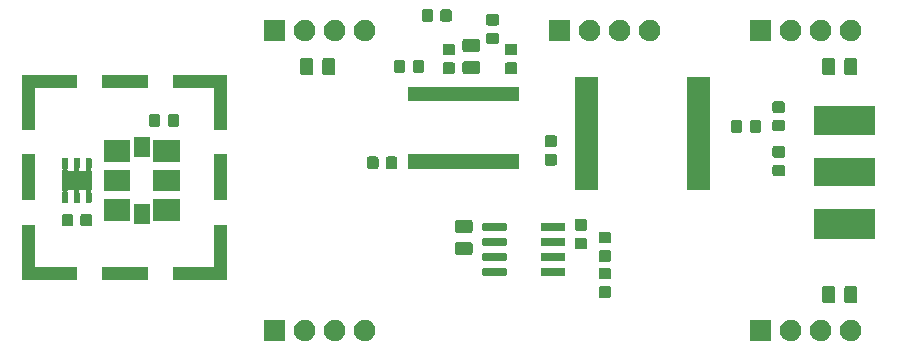
<source format=gbr>
G04 #@! TF.GenerationSoftware,KiCad,Pcbnew,5.1.5+dfsg1-2build2*
G04 #@! TF.CreationDate,2021-08-05T17:03:30-05:00*
G04 #@! TF.ProjectId,gpsdo,67707364-6f2e-46b6-9963-61645f706362,rev?*
G04 #@! TF.SameCoordinates,Original*
G04 #@! TF.FileFunction,Soldermask,Top*
G04 #@! TF.FilePolarity,Negative*
%FSLAX46Y46*%
G04 Gerber Fmt 4.6, Leading zero omitted, Abs format (unit mm)*
G04 Created by KiCad (PCBNEW 5.1.5+dfsg1-2build2) date 2021-08-05 17:03:30*
%MOMM*%
%LPD*%
G04 APERTURE LIST*
%ADD10C,0.100000*%
G04 APERTURE END LIST*
D10*
G36*
X99173512Y-52443927D02*
G01*
X99322812Y-52473624D01*
X99486784Y-52541544D01*
X99634354Y-52640147D01*
X99759853Y-52765646D01*
X99858456Y-52913216D01*
X99926376Y-53077188D01*
X99961000Y-53251259D01*
X99961000Y-53428741D01*
X99926376Y-53602812D01*
X99858456Y-53766784D01*
X99759853Y-53914354D01*
X99634354Y-54039853D01*
X99486784Y-54138456D01*
X99322812Y-54206376D01*
X99173512Y-54236073D01*
X99148742Y-54241000D01*
X98971258Y-54241000D01*
X98946488Y-54236073D01*
X98797188Y-54206376D01*
X98633216Y-54138456D01*
X98485646Y-54039853D01*
X98360147Y-53914354D01*
X98261544Y-53766784D01*
X98193624Y-53602812D01*
X98159000Y-53428741D01*
X98159000Y-53251259D01*
X98193624Y-53077188D01*
X98261544Y-52913216D01*
X98360147Y-52765646D01*
X98485646Y-52640147D01*
X98633216Y-52541544D01*
X98797188Y-52473624D01*
X98946488Y-52443927D01*
X98971258Y-52439000D01*
X99148742Y-52439000D01*
X99173512Y-52443927D01*
G37*
G36*
X96633512Y-52443927D02*
G01*
X96782812Y-52473624D01*
X96946784Y-52541544D01*
X97094354Y-52640147D01*
X97219853Y-52765646D01*
X97318456Y-52913216D01*
X97386376Y-53077188D01*
X97421000Y-53251259D01*
X97421000Y-53428741D01*
X97386376Y-53602812D01*
X97318456Y-53766784D01*
X97219853Y-53914354D01*
X97094354Y-54039853D01*
X96946784Y-54138456D01*
X96782812Y-54206376D01*
X96633512Y-54236073D01*
X96608742Y-54241000D01*
X96431258Y-54241000D01*
X96406488Y-54236073D01*
X96257188Y-54206376D01*
X96093216Y-54138456D01*
X95945646Y-54039853D01*
X95820147Y-53914354D01*
X95721544Y-53766784D01*
X95653624Y-53602812D01*
X95619000Y-53428741D01*
X95619000Y-53251259D01*
X95653624Y-53077188D01*
X95721544Y-52913216D01*
X95820147Y-52765646D01*
X95945646Y-52640147D01*
X96093216Y-52541544D01*
X96257188Y-52473624D01*
X96406488Y-52443927D01*
X96431258Y-52439000D01*
X96608742Y-52439000D01*
X96633512Y-52443927D01*
G37*
G36*
X94093512Y-52443927D02*
G01*
X94242812Y-52473624D01*
X94406784Y-52541544D01*
X94554354Y-52640147D01*
X94679853Y-52765646D01*
X94778456Y-52913216D01*
X94846376Y-53077188D01*
X94881000Y-53251259D01*
X94881000Y-53428741D01*
X94846376Y-53602812D01*
X94778456Y-53766784D01*
X94679853Y-53914354D01*
X94554354Y-54039853D01*
X94406784Y-54138456D01*
X94242812Y-54206376D01*
X94093512Y-54236073D01*
X94068742Y-54241000D01*
X93891258Y-54241000D01*
X93866488Y-54236073D01*
X93717188Y-54206376D01*
X93553216Y-54138456D01*
X93405646Y-54039853D01*
X93280147Y-53914354D01*
X93181544Y-53766784D01*
X93113624Y-53602812D01*
X93079000Y-53428741D01*
X93079000Y-53251259D01*
X93113624Y-53077188D01*
X93181544Y-52913216D01*
X93280147Y-52765646D01*
X93405646Y-52640147D01*
X93553216Y-52541544D01*
X93717188Y-52473624D01*
X93866488Y-52443927D01*
X93891258Y-52439000D01*
X94068742Y-52439000D01*
X94093512Y-52443927D01*
G37*
G36*
X92341000Y-54241000D02*
G01*
X90539000Y-54241000D01*
X90539000Y-52439000D01*
X92341000Y-52439000D01*
X92341000Y-54241000D01*
G37*
G36*
X58025512Y-52443927D02*
G01*
X58174812Y-52473624D01*
X58338784Y-52541544D01*
X58486354Y-52640147D01*
X58611853Y-52765646D01*
X58710456Y-52913216D01*
X58778376Y-53077188D01*
X58813000Y-53251259D01*
X58813000Y-53428741D01*
X58778376Y-53602812D01*
X58710456Y-53766784D01*
X58611853Y-53914354D01*
X58486354Y-54039853D01*
X58338784Y-54138456D01*
X58174812Y-54206376D01*
X58025512Y-54236073D01*
X58000742Y-54241000D01*
X57823258Y-54241000D01*
X57798488Y-54236073D01*
X57649188Y-54206376D01*
X57485216Y-54138456D01*
X57337646Y-54039853D01*
X57212147Y-53914354D01*
X57113544Y-53766784D01*
X57045624Y-53602812D01*
X57011000Y-53428741D01*
X57011000Y-53251259D01*
X57045624Y-53077188D01*
X57113544Y-52913216D01*
X57212147Y-52765646D01*
X57337646Y-52640147D01*
X57485216Y-52541544D01*
X57649188Y-52473624D01*
X57798488Y-52443927D01*
X57823258Y-52439000D01*
X58000742Y-52439000D01*
X58025512Y-52443927D01*
G37*
G36*
X52945512Y-52443927D02*
G01*
X53094812Y-52473624D01*
X53258784Y-52541544D01*
X53406354Y-52640147D01*
X53531853Y-52765646D01*
X53630456Y-52913216D01*
X53698376Y-53077188D01*
X53733000Y-53251259D01*
X53733000Y-53428741D01*
X53698376Y-53602812D01*
X53630456Y-53766784D01*
X53531853Y-53914354D01*
X53406354Y-54039853D01*
X53258784Y-54138456D01*
X53094812Y-54206376D01*
X52945512Y-54236073D01*
X52920742Y-54241000D01*
X52743258Y-54241000D01*
X52718488Y-54236073D01*
X52569188Y-54206376D01*
X52405216Y-54138456D01*
X52257646Y-54039853D01*
X52132147Y-53914354D01*
X52033544Y-53766784D01*
X51965624Y-53602812D01*
X51931000Y-53428741D01*
X51931000Y-53251259D01*
X51965624Y-53077188D01*
X52033544Y-52913216D01*
X52132147Y-52765646D01*
X52257646Y-52640147D01*
X52405216Y-52541544D01*
X52569188Y-52473624D01*
X52718488Y-52443927D01*
X52743258Y-52439000D01*
X52920742Y-52439000D01*
X52945512Y-52443927D01*
G37*
G36*
X55485512Y-52443927D02*
G01*
X55634812Y-52473624D01*
X55798784Y-52541544D01*
X55946354Y-52640147D01*
X56071853Y-52765646D01*
X56170456Y-52913216D01*
X56238376Y-53077188D01*
X56273000Y-53251259D01*
X56273000Y-53428741D01*
X56238376Y-53602812D01*
X56170456Y-53766784D01*
X56071853Y-53914354D01*
X55946354Y-54039853D01*
X55798784Y-54138456D01*
X55634812Y-54206376D01*
X55485512Y-54236073D01*
X55460742Y-54241000D01*
X55283258Y-54241000D01*
X55258488Y-54236073D01*
X55109188Y-54206376D01*
X54945216Y-54138456D01*
X54797646Y-54039853D01*
X54672147Y-53914354D01*
X54573544Y-53766784D01*
X54505624Y-53602812D01*
X54471000Y-53428741D01*
X54471000Y-53251259D01*
X54505624Y-53077188D01*
X54573544Y-52913216D01*
X54672147Y-52765646D01*
X54797646Y-52640147D01*
X54945216Y-52541544D01*
X55109188Y-52473624D01*
X55258488Y-52443927D01*
X55283258Y-52439000D01*
X55460742Y-52439000D01*
X55485512Y-52443927D01*
G37*
G36*
X51193000Y-54241000D02*
G01*
X49391000Y-54241000D01*
X49391000Y-52439000D01*
X51193000Y-52439000D01*
X51193000Y-54241000D01*
G37*
G36*
X97556968Y-49545565D02*
G01*
X97595638Y-49557296D01*
X97631277Y-49576346D01*
X97662517Y-49601983D01*
X97688154Y-49633223D01*
X97707204Y-49668862D01*
X97718935Y-49707532D01*
X97723500Y-49753888D01*
X97723500Y-50830112D01*
X97718935Y-50876468D01*
X97707204Y-50915138D01*
X97688154Y-50950777D01*
X97662517Y-50982017D01*
X97631277Y-51007654D01*
X97595638Y-51026704D01*
X97556968Y-51038435D01*
X97510612Y-51043000D01*
X96859388Y-51043000D01*
X96813032Y-51038435D01*
X96774362Y-51026704D01*
X96738723Y-51007654D01*
X96707483Y-50982017D01*
X96681846Y-50950777D01*
X96662796Y-50915138D01*
X96651065Y-50876468D01*
X96646500Y-50830112D01*
X96646500Y-49753888D01*
X96651065Y-49707532D01*
X96662796Y-49668862D01*
X96681846Y-49633223D01*
X96707483Y-49601983D01*
X96738723Y-49576346D01*
X96774362Y-49557296D01*
X96813032Y-49545565D01*
X96859388Y-49541000D01*
X97510612Y-49541000D01*
X97556968Y-49545565D01*
G37*
G36*
X99431968Y-49545565D02*
G01*
X99470638Y-49557296D01*
X99506277Y-49576346D01*
X99537517Y-49601983D01*
X99563154Y-49633223D01*
X99582204Y-49668862D01*
X99593935Y-49707532D01*
X99598500Y-49753888D01*
X99598500Y-50830112D01*
X99593935Y-50876468D01*
X99582204Y-50915138D01*
X99563154Y-50950777D01*
X99537517Y-50982017D01*
X99506277Y-51007654D01*
X99470638Y-51026704D01*
X99431968Y-51038435D01*
X99385612Y-51043000D01*
X98734388Y-51043000D01*
X98688032Y-51038435D01*
X98649362Y-51026704D01*
X98613723Y-51007654D01*
X98582483Y-50982017D01*
X98556846Y-50950777D01*
X98537796Y-50915138D01*
X98526065Y-50876468D01*
X98521500Y-50830112D01*
X98521500Y-49753888D01*
X98526065Y-49707532D01*
X98537796Y-49668862D01*
X98556846Y-49633223D01*
X98582483Y-49601983D01*
X98613723Y-49576346D01*
X98649362Y-49557296D01*
X98688032Y-49545565D01*
X98734388Y-49541000D01*
X99385612Y-49541000D01*
X99431968Y-49545565D01*
G37*
G36*
X78611591Y-49604585D02*
G01*
X78645569Y-49614893D01*
X78676890Y-49631634D01*
X78704339Y-49654161D01*
X78726866Y-49681610D01*
X78743607Y-49712931D01*
X78753915Y-49746909D01*
X78758000Y-49788390D01*
X78758000Y-50389610D01*
X78753915Y-50431091D01*
X78743607Y-50465069D01*
X78726866Y-50496390D01*
X78704339Y-50523839D01*
X78676890Y-50546366D01*
X78645569Y-50563107D01*
X78611591Y-50573415D01*
X78570110Y-50577500D01*
X77893890Y-50577500D01*
X77852409Y-50573415D01*
X77818431Y-50563107D01*
X77787110Y-50546366D01*
X77759661Y-50523839D01*
X77737134Y-50496390D01*
X77720393Y-50465069D01*
X77710085Y-50431091D01*
X77706000Y-50389610D01*
X77706000Y-49788390D01*
X77710085Y-49746909D01*
X77720393Y-49712931D01*
X77737134Y-49681610D01*
X77759661Y-49654161D01*
X77787110Y-49631634D01*
X77818431Y-49614893D01*
X77852409Y-49604585D01*
X77893890Y-49600500D01*
X78570110Y-49600500D01*
X78611591Y-49604585D01*
G37*
G36*
X46293000Y-49087000D02*
G01*
X41641000Y-49087000D01*
X41641000Y-47985000D01*
X45066001Y-47985000D01*
X45090387Y-47982598D01*
X45113836Y-47975485D01*
X45135447Y-47963934D01*
X45154389Y-47948389D01*
X45169934Y-47929447D01*
X45181485Y-47907836D01*
X45188598Y-47884387D01*
X45191000Y-47860001D01*
X45191000Y-44435000D01*
X46293000Y-44435000D01*
X46293000Y-49087000D01*
G37*
G36*
X29993000Y-47860001D02*
G01*
X29995402Y-47884387D01*
X30002515Y-47907836D01*
X30014066Y-47929447D01*
X30029611Y-47948389D01*
X30048553Y-47963934D01*
X30070164Y-47975485D01*
X30093613Y-47982598D01*
X30117999Y-47985000D01*
X33543000Y-47985000D01*
X33543000Y-49087000D01*
X28891000Y-49087000D01*
X28891000Y-44435000D01*
X29993000Y-44435000D01*
X29993000Y-47860001D01*
G37*
G36*
X39543000Y-49087000D02*
G01*
X35641000Y-49087000D01*
X35641000Y-47985000D01*
X39543000Y-47985000D01*
X39543000Y-49087000D01*
G37*
G36*
X78611591Y-48029585D02*
G01*
X78645569Y-48039893D01*
X78676890Y-48056634D01*
X78704339Y-48079161D01*
X78726866Y-48106610D01*
X78743607Y-48137931D01*
X78753915Y-48171909D01*
X78758000Y-48213390D01*
X78758000Y-48814610D01*
X78753915Y-48856091D01*
X78743607Y-48890069D01*
X78726866Y-48921390D01*
X78704339Y-48948839D01*
X78676890Y-48971366D01*
X78645569Y-48988107D01*
X78611591Y-48998415D01*
X78570110Y-49002500D01*
X77893890Y-49002500D01*
X77852409Y-48998415D01*
X77818431Y-48988107D01*
X77787110Y-48971366D01*
X77759661Y-48948839D01*
X77737134Y-48921390D01*
X77720393Y-48890069D01*
X77710085Y-48856091D01*
X77706000Y-48814610D01*
X77706000Y-48213390D01*
X77710085Y-48171909D01*
X77720393Y-48137931D01*
X77737134Y-48106610D01*
X77759661Y-48079161D01*
X77787110Y-48056634D01*
X77818431Y-48039893D01*
X77852409Y-48029585D01*
X77893890Y-48025500D01*
X78570110Y-48025500D01*
X78611591Y-48029585D01*
G37*
G36*
X69833928Y-48038764D02*
G01*
X69855009Y-48045160D01*
X69874445Y-48055548D01*
X69891476Y-48069524D01*
X69905452Y-48086555D01*
X69915840Y-48105991D01*
X69922236Y-48127072D01*
X69925000Y-48155140D01*
X69925000Y-48618860D01*
X69922236Y-48646928D01*
X69915840Y-48668009D01*
X69905452Y-48687445D01*
X69891476Y-48704476D01*
X69874445Y-48718452D01*
X69855009Y-48728840D01*
X69833928Y-48735236D01*
X69805860Y-48738000D01*
X67992140Y-48738000D01*
X67964072Y-48735236D01*
X67942991Y-48728840D01*
X67923555Y-48718452D01*
X67906524Y-48704476D01*
X67892548Y-48687445D01*
X67882160Y-48668009D01*
X67875764Y-48646928D01*
X67873000Y-48618860D01*
X67873000Y-48155140D01*
X67875764Y-48127072D01*
X67882160Y-48105991D01*
X67892548Y-48086555D01*
X67906524Y-48069524D01*
X67923555Y-48055548D01*
X67942991Y-48045160D01*
X67964072Y-48038764D01*
X67992140Y-48036000D01*
X69805860Y-48036000D01*
X69833928Y-48038764D01*
G37*
G36*
X74783928Y-48038764D02*
G01*
X74805009Y-48045160D01*
X74824445Y-48055548D01*
X74841476Y-48069524D01*
X74855452Y-48086555D01*
X74865840Y-48105991D01*
X74872236Y-48127072D01*
X74875000Y-48155140D01*
X74875000Y-48618860D01*
X74872236Y-48646928D01*
X74865840Y-48668009D01*
X74855452Y-48687445D01*
X74841476Y-48704476D01*
X74824445Y-48718452D01*
X74805009Y-48728840D01*
X74783928Y-48735236D01*
X74755860Y-48738000D01*
X72942140Y-48738000D01*
X72914072Y-48735236D01*
X72892991Y-48728840D01*
X72873555Y-48718452D01*
X72856524Y-48704476D01*
X72842548Y-48687445D01*
X72832160Y-48668009D01*
X72825764Y-48646928D01*
X72823000Y-48618860D01*
X72823000Y-48155140D01*
X72825764Y-48127072D01*
X72832160Y-48105991D01*
X72842548Y-48086555D01*
X72856524Y-48069524D01*
X72873555Y-48055548D01*
X72892991Y-48045160D01*
X72914072Y-48038764D01*
X72942140Y-48036000D01*
X74755860Y-48036000D01*
X74783928Y-48038764D01*
G37*
G36*
X78611591Y-46556585D02*
G01*
X78645569Y-46566893D01*
X78676890Y-46583634D01*
X78704339Y-46606161D01*
X78726866Y-46633610D01*
X78743607Y-46664931D01*
X78753915Y-46698909D01*
X78758000Y-46740390D01*
X78758000Y-47341610D01*
X78753915Y-47383091D01*
X78743607Y-47417069D01*
X78726866Y-47448390D01*
X78704339Y-47475839D01*
X78676890Y-47498366D01*
X78645569Y-47515107D01*
X78611591Y-47525415D01*
X78570110Y-47529500D01*
X77893890Y-47529500D01*
X77852409Y-47525415D01*
X77818431Y-47515107D01*
X77787110Y-47498366D01*
X77759661Y-47475839D01*
X77737134Y-47448390D01*
X77720393Y-47417069D01*
X77710085Y-47383091D01*
X77706000Y-47341610D01*
X77706000Y-46740390D01*
X77710085Y-46698909D01*
X77720393Y-46664931D01*
X77737134Y-46633610D01*
X77759661Y-46606161D01*
X77787110Y-46583634D01*
X77818431Y-46566893D01*
X77852409Y-46556585D01*
X77893890Y-46552500D01*
X78570110Y-46552500D01*
X78611591Y-46556585D01*
G37*
G36*
X74783928Y-46768764D02*
G01*
X74805009Y-46775160D01*
X74824445Y-46785548D01*
X74841476Y-46799524D01*
X74855452Y-46816555D01*
X74865840Y-46835991D01*
X74872236Y-46857072D01*
X74875000Y-46885140D01*
X74875000Y-47348860D01*
X74872236Y-47376928D01*
X74865840Y-47398009D01*
X74855452Y-47417445D01*
X74841476Y-47434476D01*
X74824445Y-47448452D01*
X74805009Y-47458840D01*
X74783928Y-47465236D01*
X74755860Y-47468000D01*
X72942140Y-47468000D01*
X72914072Y-47465236D01*
X72892991Y-47458840D01*
X72873555Y-47448452D01*
X72856524Y-47434476D01*
X72842548Y-47417445D01*
X72832160Y-47398009D01*
X72825764Y-47376928D01*
X72823000Y-47348860D01*
X72823000Y-46885140D01*
X72825764Y-46857072D01*
X72832160Y-46835991D01*
X72842548Y-46816555D01*
X72856524Y-46799524D01*
X72873555Y-46785548D01*
X72892991Y-46775160D01*
X72914072Y-46768764D01*
X72942140Y-46766000D01*
X74755860Y-46766000D01*
X74783928Y-46768764D01*
G37*
G36*
X69833928Y-46768764D02*
G01*
X69855009Y-46775160D01*
X69874445Y-46785548D01*
X69891476Y-46799524D01*
X69905452Y-46816555D01*
X69915840Y-46835991D01*
X69922236Y-46857072D01*
X69925000Y-46885140D01*
X69925000Y-47348860D01*
X69922236Y-47376928D01*
X69915840Y-47398009D01*
X69905452Y-47417445D01*
X69891476Y-47434476D01*
X69874445Y-47448452D01*
X69855009Y-47458840D01*
X69833928Y-47465236D01*
X69805860Y-47468000D01*
X67992140Y-47468000D01*
X67964072Y-47465236D01*
X67942991Y-47458840D01*
X67923555Y-47448452D01*
X67906524Y-47434476D01*
X67892548Y-47417445D01*
X67882160Y-47398009D01*
X67875764Y-47376928D01*
X67873000Y-47348860D01*
X67873000Y-46885140D01*
X67875764Y-46857072D01*
X67882160Y-46835991D01*
X67892548Y-46816555D01*
X67906524Y-46799524D01*
X67923555Y-46785548D01*
X67942991Y-46775160D01*
X67964072Y-46768764D01*
X67992140Y-46766000D01*
X69805860Y-46766000D01*
X69833928Y-46768764D01*
G37*
G36*
X66878468Y-45869565D02*
G01*
X66917138Y-45881296D01*
X66952777Y-45900346D01*
X66984017Y-45925983D01*
X67009654Y-45957223D01*
X67028704Y-45992862D01*
X67040435Y-46031532D01*
X67045000Y-46077888D01*
X67045000Y-46729112D01*
X67040435Y-46775468D01*
X67028704Y-46814138D01*
X67009654Y-46849777D01*
X66984017Y-46881017D01*
X66952777Y-46906654D01*
X66917138Y-46925704D01*
X66878468Y-46937435D01*
X66832112Y-46942000D01*
X65755888Y-46942000D01*
X65709532Y-46937435D01*
X65670862Y-46925704D01*
X65635223Y-46906654D01*
X65603983Y-46881017D01*
X65578346Y-46849777D01*
X65559296Y-46814138D01*
X65547565Y-46775468D01*
X65543000Y-46729112D01*
X65543000Y-46077888D01*
X65547565Y-46031532D01*
X65559296Y-45992862D01*
X65578346Y-45957223D01*
X65603983Y-45925983D01*
X65635223Y-45900346D01*
X65670862Y-45881296D01*
X65709532Y-45869565D01*
X65755888Y-45865000D01*
X66832112Y-45865000D01*
X66878468Y-45869565D01*
G37*
G36*
X76579591Y-45489585D02*
G01*
X76613569Y-45499893D01*
X76644890Y-45516634D01*
X76672339Y-45539161D01*
X76694866Y-45566610D01*
X76711607Y-45597931D01*
X76721915Y-45631909D01*
X76726000Y-45673390D01*
X76726000Y-46274610D01*
X76721915Y-46316091D01*
X76711607Y-46350069D01*
X76694866Y-46381390D01*
X76672339Y-46408839D01*
X76644890Y-46431366D01*
X76613569Y-46448107D01*
X76579591Y-46458415D01*
X76538110Y-46462500D01*
X75861890Y-46462500D01*
X75820409Y-46458415D01*
X75786431Y-46448107D01*
X75755110Y-46431366D01*
X75727661Y-46408839D01*
X75705134Y-46381390D01*
X75688393Y-46350069D01*
X75678085Y-46316091D01*
X75674000Y-46274610D01*
X75674000Y-45673390D01*
X75678085Y-45631909D01*
X75688393Y-45597931D01*
X75705134Y-45566610D01*
X75727661Y-45539161D01*
X75755110Y-45516634D01*
X75786431Y-45499893D01*
X75820409Y-45489585D01*
X75861890Y-45485500D01*
X76538110Y-45485500D01*
X76579591Y-45489585D01*
G37*
G36*
X69833928Y-45498764D02*
G01*
X69855009Y-45505160D01*
X69874445Y-45515548D01*
X69891476Y-45529524D01*
X69905452Y-45546555D01*
X69915840Y-45565991D01*
X69922236Y-45587072D01*
X69925000Y-45615140D01*
X69925000Y-46078860D01*
X69922236Y-46106928D01*
X69915840Y-46128009D01*
X69905452Y-46147445D01*
X69891476Y-46164476D01*
X69874445Y-46178452D01*
X69855009Y-46188840D01*
X69833928Y-46195236D01*
X69805860Y-46198000D01*
X67992140Y-46198000D01*
X67964072Y-46195236D01*
X67942991Y-46188840D01*
X67923555Y-46178452D01*
X67906524Y-46164476D01*
X67892548Y-46147445D01*
X67882160Y-46128009D01*
X67875764Y-46106928D01*
X67873000Y-46078860D01*
X67873000Y-45615140D01*
X67875764Y-45587072D01*
X67882160Y-45565991D01*
X67892548Y-45546555D01*
X67906524Y-45529524D01*
X67923555Y-45515548D01*
X67942991Y-45505160D01*
X67964072Y-45498764D01*
X67992140Y-45496000D01*
X69805860Y-45496000D01*
X69833928Y-45498764D01*
G37*
G36*
X74783928Y-45498764D02*
G01*
X74805009Y-45505160D01*
X74824445Y-45515548D01*
X74841476Y-45529524D01*
X74855452Y-45546555D01*
X74865840Y-45565991D01*
X74872236Y-45587072D01*
X74875000Y-45615140D01*
X74875000Y-46078860D01*
X74872236Y-46106928D01*
X74865840Y-46128009D01*
X74855452Y-46147445D01*
X74841476Y-46164476D01*
X74824445Y-46178452D01*
X74805009Y-46188840D01*
X74783928Y-46195236D01*
X74755860Y-46198000D01*
X72942140Y-46198000D01*
X72914072Y-46195236D01*
X72892991Y-46188840D01*
X72873555Y-46178452D01*
X72856524Y-46164476D01*
X72842548Y-46147445D01*
X72832160Y-46128009D01*
X72825764Y-46106928D01*
X72823000Y-46078860D01*
X72823000Y-45615140D01*
X72825764Y-45587072D01*
X72832160Y-45565991D01*
X72842548Y-45546555D01*
X72856524Y-45529524D01*
X72873555Y-45515548D01*
X72892991Y-45505160D01*
X72914072Y-45498764D01*
X72942140Y-45496000D01*
X74755860Y-45496000D01*
X74783928Y-45498764D01*
G37*
G36*
X78611591Y-44981585D02*
G01*
X78645569Y-44991893D01*
X78676890Y-45008634D01*
X78704339Y-45031161D01*
X78726866Y-45058610D01*
X78743607Y-45089931D01*
X78753915Y-45123909D01*
X78758000Y-45165390D01*
X78758000Y-45766610D01*
X78753915Y-45808091D01*
X78743607Y-45842069D01*
X78726866Y-45873390D01*
X78704339Y-45900839D01*
X78676890Y-45923366D01*
X78645569Y-45940107D01*
X78611591Y-45950415D01*
X78570110Y-45954500D01*
X77893890Y-45954500D01*
X77852409Y-45950415D01*
X77818431Y-45940107D01*
X77787110Y-45923366D01*
X77759661Y-45900839D01*
X77737134Y-45873390D01*
X77720393Y-45842069D01*
X77710085Y-45808091D01*
X77706000Y-45766610D01*
X77706000Y-45165390D01*
X77710085Y-45123909D01*
X77720393Y-45089931D01*
X77737134Y-45058610D01*
X77759661Y-45031161D01*
X77787110Y-45008634D01*
X77818431Y-44991893D01*
X77852409Y-44981585D01*
X77893890Y-44977500D01*
X78570110Y-44977500D01*
X78611591Y-44981585D01*
G37*
G36*
X101143000Y-45586000D02*
G01*
X95961000Y-45586000D01*
X95961000Y-43064000D01*
X101143000Y-43064000D01*
X101143000Y-45586000D01*
G37*
G36*
X66878468Y-43994565D02*
G01*
X66917138Y-44006296D01*
X66952777Y-44025346D01*
X66984017Y-44050983D01*
X67009654Y-44082223D01*
X67028704Y-44117862D01*
X67040435Y-44156532D01*
X67045000Y-44202888D01*
X67045000Y-44854112D01*
X67040435Y-44900468D01*
X67028704Y-44939138D01*
X67009654Y-44974777D01*
X66984017Y-45006017D01*
X66952777Y-45031654D01*
X66917138Y-45050704D01*
X66878468Y-45062435D01*
X66832112Y-45067000D01*
X65755888Y-45067000D01*
X65709532Y-45062435D01*
X65670862Y-45050704D01*
X65635223Y-45031654D01*
X65603983Y-45006017D01*
X65578346Y-44974777D01*
X65559296Y-44939138D01*
X65547565Y-44900468D01*
X65543000Y-44854112D01*
X65543000Y-44202888D01*
X65547565Y-44156532D01*
X65559296Y-44117862D01*
X65578346Y-44082223D01*
X65603983Y-44050983D01*
X65635223Y-44025346D01*
X65670862Y-44006296D01*
X65709532Y-43994565D01*
X65755888Y-43990000D01*
X66832112Y-43990000D01*
X66878468Y-43994565D01*
G37*
G36*
X74783928Y-44228764D02*
G01*
X74805009Y-44235160D01*
X74824445Y-44245548D01*
X74841476Y-44259524D01*
X74855452Y-44276555D01*
X74865840Y-44295991D01*
X74872236Y-44317072D01*
X74875000Y-44345140D01*
X74875000Y-44808860D01*
X74872236Y-44836928D01*
X74865840Y-44858009D01*
X74855452Y-44877445D01*
X74841476Y-44894476D01*
X74824445Y-44908452D01*
X74805009Y-44918840D01*
X74783928Y-44925236D01*
X74755860Y-44928000D01*
X72942140Y-44928000D01*
X72914072Y-44925236D01*
X72892991Y-44918840D01*
X72873555Y-44908452D01*
X72856524Y-44894476D01*
X72842548Y-44877445D01*
X72832160Y-44858009D01*
X72825764Y-44836928D01*
X72823000Y-44808860D01*
X72823000Y-44345140D01*
X72825764Y-44317072D01*
X72832160Y-44295991D01*
X72842548Y-44276555D01*
X72856524Y-44259524D01*
X72873555Y-44245548D01*
X72892991Y-44235160D01*
X72914072Y-44228764D01*
X72942140Y-44226000D01*
X74755860Y-44226000D01*
X74783928Y-44228764D01*
G37*
G36*
X69833928Y-44228764D02*
G01*
X69855009Y-44235160D01*
X69874445Y-44245548D01*
X69891476Y-44259524D01*
X69905452Y-44276555D01*
X69915840Y-44295991D01*
X69922236Y-44317072D01*
X69925000Y-44345140D01*
X69925000Y-44808860D01*
X69922236Y-44836928D01*
X69915840Y-44858009D01*
X69905452Y-44877445D01*
X69891476Y-44894476D01*
X69874445Y-44908452D01*
X69855009Y-44918840D01*
X69833928Y-44925236D01*
X69805860Y-44928000D01*
X67992140Y-44928000D01*
X67964072Y-44925236D01*
X67942991Y-44918840D01*
X67923555Y-44908452D01*
X67906524Y-44894476D01*
X67892548Y-44877445D01*
X67882160Y-44858009D01*
X67875764Y-44836928D01*
X67873000Y-44808860D01*
X67873000Y-44345140D01*
X67875764Y-44317072D01*
X67882160Y-44295991D01*
X67892548Y-44276555D01*
X67906524Y-44259524D01*
X67923555Y-44245548D01*
X67942991Y-44235160D01*
X67964072Y-44228764D01*
X67992140Y-44226000D01*
X69805860Y-44226000D01*
X69833928Y-44228764D01*
G37*
G36*
X76579591Y-43914585D02*
G01*
X76613569Y-43924893D01*
X76644890Y-43941634D01*
X76672339Y-43964161D01*
X76694866Y-43991610D01*
X76711607Y-44022931D01*
X76721915Y-44056909D01*
X76726000Y-44098390D01*
X76726000Y-44699610D01*
X76721915Y-44741091D01*
X76711607Y-44775069D01*
X76694866Y-44806390D01*
X76672339Y-44833839D01*
X76644890Y-44856366D01*
X76613569Y-44873107D01*
X76579591Y-44883415D01*
X76538110Y-44887500D01*
X75861890Y-44887500D01*
X75820409Y-44883415D01*
X75786431Y-44873107D01*
X75755110Y-44856366D01*
X75727661Y-44833839D01*
X75705134Y-44806390D01*
X75688393Y-44775069D01*
X75678085Y-44741091D01*
X75674000Y-44699610D01*
X75674000Y-44098390D01*
X75678085Y-44056909D01*
X75688393Y-44022931D01*
X75705134Y-43991610D01*
X75727661Y-43964161D01*
X75755110Y-43941634D01*
X75786431Y-43924893D01*
X75820409Y-43914585D01*
X75861890Y-43910500D01*
X76538110Y-43910500D01*
X76579591Y-43914585D01*
G37*
G36*
X34671141Y-43477113D02*
G01*
X34705119Y-43487421D01*
X34736440Y-43504162D01*
X34763889Y-43526689D01*
X34786416Y-43554138D01*
X34803157Y-43585459D01*
X34813465Y-43619437D01*
X34817550Y-43660918D01*
X34817550Y-44337138D01*
X34813465Y-44378619D01*
X34803157Y-44412597D01*
X34786416Y-44443918D01*
X34763889Y-44471367D01*
X34736440Y-44493894D01*
X34705119Y-44510635D01*
X34671141Y-44520943D01*
X34629660Y-44525028D01*
X34028440Y-44525028D01*
X33986959Y-44520943D01*
X33952981Y-44510635D01*
X33921660Y-44493894D01*
X33894211Y-44471367D01*
X33871684Y-44443918D01*
X33854943Y-44412597D01*
X33844635Y-44378619D01*
X33840550Y-44337138D01*
X33840550Y-43660918D01*
X33844635Y-43619437D01*
X33854943Y-43585459D01*
X33871684Y-43554138D01*
X33894211Y-43526689D01*
X33921660Y-43504162D01*
X33952981Y-43487421D01*
X33986959Y-43477113D01*
X34028440Y-43473028D01*
X34629660Y-43473028D01*
X34671141Y-43477113D01*
G37*
G36*
X33096141Y-43477113D02*
G01*
X33130119Y-43487421D01*
X33161440Y-43504162D01*
X33188889Y-43526689D01*
X33211416Y-43554138D01*
X33228157Y-43585459D01*
X33238465Y-43619437D01*
X33242550Y-43660918D01*
X33242550Y-44337138D01*
X33238465Y-44378619D01*
X33228157Y-44412597D01*
X33211416Y-44443918D01*
X33188889Y-44471367D01*
X33161440Y-44493894D01*
X33130119Y-44510635D01*
X33096141Y-44520943D01*
X33054660Y-44525028D01*
X32453440Y-44525028D01*
X32411959Y-44520943D01*
X32377981Y-44510635D01*
X32346660Y-44493894D01*
X32319211Y-44471367D01*
X32296684Y-44443918D01*
X32279943Y-44412597D01*
X32269635Y-44378619D01*
X32265550Y-44337138D01*
X32265550Y-43660918D01*
X32269635Y-43619437D01*
X32279943Y-43585459D01*
X32296684Y-43554138D01*
X32319211Y-43526689D01*
X32346660Y-43504162D01*
X32377981Y-43487421D01*
X32411959Y-43477113D01*
X32453440Y-43473028D01*
X33054660Y-43473028D01*
X33096141Y-43477113D01*
G37*
G36*
X39749000Y-44316000D02*
G01*
X38347000Y-44316000D01*
X38347000Y-42664000D01*
X39749000Y-42664000D01*
X39749000Y-44316000D01*
G37*
G36*
X42274000Y-44041000D02*
G01*
X40022000Y-44041000D01*
X40022000Y-42239000D01*
X42274000Y-42239000D01*
X42274000Y-44041000D01*
G37*
G36*
X38074000Y-44041000D02*
G01*
X35822000Y-44041000D01*
X35822000Y-42239000D01*
X38074000Y-42239000D01*
X38074000Y-44041000D01*
G37*
G36*
X32728170Y-38740803D02*
G01*
X32739875Y-38744354D01*
X32750665Y-38750121D01*
X32760119Y-38757881D01*
X32767879Y-38767335D01*
X32773646Y-38778125D01*
X32777197Y-38789830D01*
X32779000Y-38808138D01*
X32779000Y-39571862D01*
X32777197Y-39590170D01*
X32773646Y-39601875D01*
X32767879Y-39612665D01*
X32755372Y-39627904D01*
X32748574Y-39634702D01*
X32734960Y-39655076D01*
X32725583Y-39677715D01*
X32720802Y-39701748D01*
X32720802Y-39726252D01*
X32725582Y-39750285D01*
X32734959Y-39772924D01*
X32748573Y-39793299D01*
X32765900Y-39810626D01*
X32786274Y-39824240D01*
X32808913Y-39833617D01*
X32832946Y-39838398D01*
X32845199Y-39839000D01*
X33210801Y-39839000D01*
X33235187Y-39836598D01*
X33258636Y-39829485D01*
X33280247Y-39817934D01*
X33299189Y-39802389D01*
X33314734Y-39783447D01*
X33326285Y-39761836D01*
X33333398Y-39738387D01*
X33335800Y-39714001D01*
X33333398Y-39689615D01*
X33326285Y-39666166D01*
X33314734Y-39644555D01*
X33299189Y-39625613D01*
X33297467Y-39624052D01*
X33288121Y-39612665D01*
X33282354Y-39601875D01*
X33278803Y-39590170D01*
X33277000Y-39571862D01*
X33277000Y-38808138D01*
X33278803Y-38789830D01*
X33282354Y-38778125D01*
X33288121Y-38767335D01*
X33295881Y-38757881D01*
X33305335Y-38750121D01*
X33316125Y-38744354D01*
X33327830Y-38740803D01*
X33346138Y-38739000D01*
X33709862Y-38739000D01*
X33728170Y-38740803D01*
X33739875Y-38744354D01*
X33750665Y-38750121D01*
X33760119Y-38757881D01*
X33767879Y-38767335D01*
X33773646Y-38778125D01*
X33777197Y-38789830D01*
X33779000Y-38808138D01*
X33779000Y-39571862D01*
X33777197Y-39590170D01*
X33773646Y-39601875D01*
X33767879Y-39612665D01*
X33755372Y-39627904D01*
X33748574Y-39634702D01*
X33734960Y-39655076D01*
X33725583Y-39677715D01*
X33720802Y-39701748D01*
X33720802Y-39726252D01*
X33725582Y-39750285D01*
X33734959Y-39772924D01*
X33748573Y-39793299D01*
X33765900Y-39810626D01*
X33786274Y-39824240D01*
X33808913Y-39833617D01*
X33832946Y-39838398D01*
X33845199Y-39839000D01*
X34210801Y-39839000D01*
X34235187Y-39836598D01*
X34258636Y-39829485D01*
X34280247Y-39817934D01*
X34299189Y-39802389D01*
X34314734Y-39783447D01*
X34326285Y-39761836D01*
X34333398Y-39738387D01*
X34335800Y-39714001D01*
X34333398Y-39689615D01*
X34326285Y-39666166D01*
X34314734Y-39644555D01*
X34299189Y-39625613D01*
X34297467Y-39624052D01*
X34288121Y-39612665D01*
X34282354Y-39601875D01*
X34278803Y-39590170D01*
X34277000Y-39571862D01*
X34277000Y-38808138D01*
X34278803Y-38789830D01*
X34282354Y-38778125D01*
X34288121Y-38767335D01*
X34295881Y-38757881D01*
X34305335Y-38750121D01*
X34316125Y-38744354D01*
X34327830Y-38740803D01*
X34346138Y-38739000D01*
X34709862Y-38739000D01*
X34728170Y-38740803D01*
X34739875Y-38744354D01*
X34750665Y-38750121D01*
X34760119Y-38757881D01*
X34767879Y-38767335D01*
X34773646Y-38778125D01*
X34777197Y-38789830D01*
X34779000Y-38808138D01*
X34779000Y-39571862D01*
X34777197Y-39590170D01*
X34773646Y-39601875D01*
X34767879Y-39612665D01*
X34755372Y-39627904D01*
X34748574Y-39634702D01*
X34734960Y-39655076D01*
X34725583Y-39677715D01*
X34720802Y-39701748D01*
X34720802Y-39726252D01*
X34725582Y-39750285D01*
X34734959Y-39772924D01*
X34748573Y-39793299D01*
X34765900Y-39810626D01*
X34779000Y-39819379D01*
X34779000Y-41460330D01*
X34775753Y-41462066D01*
X34756811Y-41477611D01*
X34741266Y-41496553D01*
X34729715Y-41518164D01*
X34722602Y-41541613D01*
X34720200Y-41565999D01*
X34722602Y-41590385D01*
X34729715Y-41613834D01*
X34741266Y-41635445D01*
X34756811Y-41654387D01*
X34758533Y-41655948D01*
X34767879Y-41667335D01*
X34773646Y-41678125D01*
X34777197Y-41689830D01*
X34779000Y-41708138D01*
X34779000Y-42471862D01*
X34777197Y-42490170D01*
X34773646Y-42501875D01*
X34767879Y-42512665D01*
X34760119Y-42522119D01*
X34750665Y-42529879D01*
X34739875Y-42535646D01*
X34728170Y-42539197D01*
X34709862Y-42541000D01*
X34346138Y-42541000D01*
X34327830Y-42539197D01*
X34316125Y-42535646D01*
X34305335Y-42529879D01*
X34295881Y-42522119D01*
X34288121Y-42512665D01*
X34282354Y-42501875D01*
X34278803Y-42490170D01*
X34277000Y-42471862D01*
X34277000Y-41708138D01*
X34278803Y-41689830D01*
X34282354Y-41678125D01*
X34288121Y-41667335D01*
X34300628Y-41652096D01*
X34307426Y-41645298D01*
X34321040Y-41624924D01*
X34330417Y-41602285D01*
X34335198Y-41578252D01*
X34335198Y-41553748D01*
X34330418Y-41529715D01*
X34321041Y-41507076D01*
X34307427Y-41486701D01*
X34290100Y-41469374D01*
X34269726Y-41455760D01*
X34247087Y-41446383D01*
X34223054Y-41441602D01*
X34210801Y-41441000D01*
X33845199Y-41441000D01*
X33820813Y-41443402D01*
X33797364Y-41450515D01*
X33775753Y-41462066D01*
X33756811Y-41477611D01*
X33741266Y-41496553D01*
X33729715Y-41518164D01*
X33722602Y-41541613D01*
X33720200Y-41565999D01*
X33722602Y-41590385D01*
X33729715Y-41613834D01*
X33741266Y-41635445D01*
X33756811Y-41654387D01*
X33758533Y-41655948D01*
X33767879Y-41667335D01*
X33773646Y-41678125D01*
X33777197Y-41689830D01*
X33779000Y-41708138D01*
X33779000Y-42471862D01*
X33777197Y-42490170D01*
X33773646Y-42501875D01*
X33767879Y-42512665D01*
X33760119Y-42522119D01*
X33750665Y-42529879D01*
X33739875Y-42535646D01*
X33728170Y-42539197D01*
X33709862Y-42541000D01*
X33346138Y-42541000D01*
X33327830Y-42539197D01*
X33316125Y-42535646D01*
X33305335Y-42529879D01*
X33295881Y-42522119D01*
X33288121Y-42512665D01*
X33282354Y-42501875D01*
X33278803Y-42490170D01*
X33277000Y-42471862D01*
X33277000Y-41708138D01*
X33278803Y-41689830D01*
X33282354Y-41678125D01*
X33288121Y-41667335D01*
X33300628Y-41652096D01*
X33307426Y-41645298D01*
X33321040Y-41624924D01*
X33330417Y-41602285D01*
X33335198Y-41578252D01*
X33335198Y-41553748D01*
X33330418Y-41529715D01*
X33321041Y-41507076D01*
X33307427Y-41486701D01*
X33290100Y-41469374D01*
X33269726Y-41455760D01*
X33247087Y-41446383D01*
X33223054Y-41441602D01*
X33210801Y-41441000D01*
X32845199Y-41441000D01*
X32820813Y-41443402D01*
X32797364Y-41450515D01*
X32775753Y-41462066D01*
X32756811Y-41477611D01*
X32741266Y-41496553D01*
X32729715Y-41518164D01*
X32722602Y-41541613D01*
X32720200Y-41565999D01*
X32722602Y-41590385D01*
X32729715Y-41613834D01*
X32741266Y-41635445D01*
X32756811Y-41654387D01*
X32758533Y-41655948D01*
X32767879Y-41667335D01*
X32773646Y-41678125D01*
X32777197Y-41689830D01*
X32779000Y-41708138D01*
X32779000Y-42471862D01*
X32777197Y-42490170D01*
X32773646Y-42501875D01*
X32767879Y-42512665D01*
X32760119Y-42522119D01*
X32750665Y-42529879D01*
X32739875Y-42535646D01*
X32728170Y-42539197D01*
X32709862Y-42541000D01*
X32346138Y-42541000D01*
X32327830Y-42539197D01*
X32316125Y-42535646D01*
X32305335Y-42529879D01*
X32295881Y-42522119D01*
X32288121Y-42512665D01*
X32282354Y-42501875D01*
X32278803Y-42490170D01*
X32277000Y-42471862D01*
X32277000Y-41708138D01*
X32278803Y-41689830D01*
X32282354Y-41678125D01*
X32288121Y-41667335D01*
X32300628Y-41652096D01*
X32307426Y-41645298D01*
X32321040Y-41624924D01*
X32330417Y-41602285D01*
X32335198Y-41578252D01*
X32335198Y-41553748D01*
X32330418Y-41529715D01*
X32321041Y-41507076D01*
X32307427Y-41486701D01*
X32290100Y-41469374D01*
X32277000Y-41460621D01*
X32277000Y-39819670D01*
X32280247Y-39817934D01*
X32299189Y-39802389D01*
X32314734Y-39783447D01*
X32326285Y-39761836D01*
X32333398Y-39738387D01*
X32335800Y-39714001D01*
X32333398Y-39689615D01*
X32326285Y-39666166D01*
X32314734Y-39644555D01*
X32299189Y-39625613D01*
X32297467Y-39624052D01*
X32288121Y-39612665D01*
X32282354Y-39601875D01*
X32278803Y-39590170D01*
X32277000Y-39571862D01*
X32277000Y-38808138D01*
X32278803Y-38789830D01*
X32282354Y-38778125D01*
X32288121Y-38767335D01*
X32295881Y-38757881D01*
X32305335Y-38750121D01*
X32316125Y-38744354D01*
X32327830Y-38740803D01*
X32346138Y-38739000D01*
X32709862Y-38739000D01*
X32728170Y-38740803D01*
G37*
G36*
X29993000Y-42337000D02*
G01*
X28891000Y-42337000D01*
X28891000Y-38435000D01*
X29993000Y-38435000D01*
X29993000Y-42337000D01*
G37*
G36*
X46293000Y-42337000D02*
G01*
X45191000Y-42337000D01*
X45191000Y-38435000D01*
X46293000Y-38435000D01*
X46293000Y-42337000D01*
G37*
G36*
X38074000Y-41541000D02*
G01*
X35822000Y-41541000D01*
X35822000Y-39739000D01*
X38074000Y-39739000D01*
X38074000Y-41541000D01*
G37*
G36*
X42274000Y-41541000D02*
G01*
X40022000Y-41541000D01*
X40022000Y-39739000D01*
X42274000Y-39739000D01*
X42274000Y-41541000D01*
G37*
G36*
X77634678Y-41447062D02*
G01*
X75732678Y-41447062D01*
X75732678Y-31845062D01*
X77634678Y-31845062D01*
X77634678Y-41447062D01*
G37*
G36*
X87134678Y-41447062D02*
G01*
X85232678Y-41447062D01*
X85232678Y-31845062D01*
X87134678Y-31845062D01*
X87134678Y-41447062D01*
G37*
G36*
X101143000Y-41141000D02*
G01*
X95961000Y-41141000D01*
X95961000Y-38749000D01*
X101143000Y-38749000D01*
X101143000Y-41141000D01*
G37*
G36*
X93338443Y-39306713D02*
G01*
X93372421Y-39317021D01*
X93403742Y-39333762D01*
X93431191Y-39356289D01*
X93453718Y-39383738D01*
X93470459Y-39415059D01*
X93480767Y-39449037D01*
X93484852Y-39490518D01*
X93484852Y-40091738D01*
X93480767Y-40133219D01*
X93470459Y-40167197D01*
X93453718Y-40198518D01*
X93431191Y-40225967D01*
X93403742Y-40248494D01*
X93372421Y-40265235D01*
X93338443Y-40275543D01*
X93296962Y-40279628D01*
X92620742Y-40279628D01*
X92579261Y-40275543D01*
X92545283Y-40265235D01*
X92513962Y-40248494D01*
X92486513Y-40225967D01*
X92463986Y-40198518D01*
X92447245Y-40167197D01*
X92436937Y-40133219D01*
X92432852Y-40091738D01*
X92432852Y-39490518D01*
X92436937Y-39449037D01*
X92447245Y-39415059D01*
X92463986Y-39383738D01*
X92486513Y-39356289D01*
X92513962Y-39333762D01*
X92545283Y-39317021D01*
X92579261Y-39306713D01*
X92620742Y-39302628D01*
X93296962Y-39302628D01*
X93338443Y-39306713D01*
G37*
G36*
X58935303Y-38614660D02*
G01*
X58969281Y-38624968D01*
X59000602Y-38641709D01*
X59028051Y-38664236D01*
X59050578Y-38691685D01*
X59067319Y-38723006D01*
X59077627Y-38756984D01*
X59081712Y-38798465D01*
X59081712Y-39474685D01*
X59077627Y-39516166D01*
X59067319Y-39550144D01*
X59050578Y-39581465D01*
X59028051Y-39608914D01*
X59000602Y-39631441D01*
X58969281Y-39648182D01*
X58935303Y-39658490D01*
X58893822Y-39662575D01*
X58292602Y-39662575D01*
X58251121Y-39658490D01*
X58217143Y-39648182D01*
X58185822Y-39631441D01*
X58158373Y-39608914D01*
X58135846Y-39581465D01*
X58119105Y-39550144D01*
X58108797Y-39516166D01*
X58104712Y-39474685D01*
X58104712Y-38798465D01*
X58108797Y-38756984D01*
X58119105Y-38723006D01*
X58135846Y-38691685D01*
X58158373Y-38664236D01*
X58185822Y-38641709D01*
X58217143Y-38624968D01*
X58251121Y-38614660D01*
X58292602Y-38610575D01*
X58893822Y-38610575D01*
X58935303Y-38614660D01*
G37*
G36*
X60510303Y-38614660D02*
G01*
X60544281Y-38624968D01*
X60575602Y-38641709D01*
X60603051Y-38664236D01*
X60625578Y-38691685D01*
X60642319Y-38723006D01*
X60652627Y-38756984D01*
X60656712Y-38798465D01*
X60656712Y-39474685D01*
X60652627Y-39516166D01*
X60642319Y-39550144D01*
X60625578Y-39581465D01*
X60603051Y-39608914D01*
X60575602Y-39631441D01*
X60544281Y-39648182D01*
X60510303Y-39658490D01*
X60468822Y-39662575D01*
X59867602Y-39662575D01*
X59826121Y-39658490D01*
X59792143Y-39648182D01*
X59760822Y-39631441D01*
X59733373Y-39608914D01*
X59710846Y-39581465D01*
X59694105Y-39550144D01*
X59683797Y-39516166D01*
X59679712Y-39474685D01*
X59679712Y-38798465D01*
X59683797Y-38756984D01*
X59694105Y-38723006D01*
X59710846Y-38691685D01*
X59733373Y-38664236D01*
X59760822Y-38641709D01*
X59792143Y-38624968D01*
X59826121Y-38614660D01*
X59867602Y-38610575D01*
X60468822Y-38610575D01*
X60510303Y-38614660D01*
G37*
G36*
X70987500Y-39646000D02*
G01*
X61600500Y-39646000D01*
X61600500Y-38444000D01*
X70987500Y-38444000D01*
X70987500Y-39646000D01*
G37*
G36*
X74039591Y-38403085D02*
G01*
X74073569Y-38413393D01*
X74104890Y-38430134D01*
X74132339Y-38452661D01*
X74154866Y-38480110D01*
X74171607Y-38511431D01*
X74181915Y-38545409D01*
X74186000Y-38586890D01*
X74186000Y-39188110D01*
X74181915Y-39229591D01*
X74171607Y-39263569D01*
X74154866Y-39294890D01*
X74132339Y-39322339D01*
X74104890Y-39344866D01*
X74073569Y-39361607D01*
X74039591Y-39371915D01*
X73998110Y-39376000D01*
X73321890Y-39376000D01*
X73280409Y-39371915D01*
X73246431Y-39361607D01*
X73215110Y-39344866D01*
X73187661Y-39322339D01*
X73165134Y-39294890D01*
X73148393Y-39263569D01*
X73138085Y-39229591D01*
X73134000Y-39188110D01*
X73134000Y-38586890D01*
X73138085Y-38545409D01*
X73148393Y-38511431D01*
X73165134Y-38480110D01*
X73187661Y-38452661D01*
X73215110Y-38430134D01*
X73246431Y-38413393D01*
X73280409Y-38403085D01*
X73321890Y-38399000D01*
X73998110Y-38399000D01*
X74039591Y-38403085D01*
G37*
G36*
X42274000Y-39041000D02*
G01*
X40022000Y-39041000D01*
X40022000Y-37239000D01*
X42274000Y-37239000D01*
X42274000Y-39041000D01*
G37*
G36*
X38074000Y-39041000D02*
G01*
X35822000Y-39041000D01*
X35822000Y-37239000D01*
X38074000Y-37239000D01*
X38074000Y-39041000D01*
G37*
G36*
X93338443Y-37731713D02*
G01*
X93372421Y-37742021D01*
X93403742Y-37758762D01*
X93431191Y-37781289D01*
X93453718Y-37808738D01*
X93470459Y-37840059D01*
X93480767Y-37874037D01*
X93484852Y-37915518D01*
X93484852Y-38516738D01*
X93480767Y-38558219D01*
X93470459Y-38592197D01*
X93453718Y-38623518D01*
X93431191Y-38650967D01*
X93403742Y-38673494D01*
X93372421Y-38690235D01*
X93338443Y-38700543D01*
X93296962Y-38704628D01*
X92620742Y-38704628D01*
X92579261Y-38700543D01*
X92545283Y-38690235D01*
X92513962Y-38673494D01*
X92486513Y-38650967D01*
X92463986Y-38623518D01*
X92447245Y-38592197D01*
X92436937Y-38558219D01*
X92432852Y-38516738D01*
X92432852Y-37915518D01*
X92436937Y-37874037D01*
X92447245Y-37840059D01*
X92463986Y-37808738D01*
X92486513Y-37781289D01*
X92513962Y-37758762D01*
X92545283Y-37742021D01*
X92579261Y-37731713D01*
X92620742Y-37727628D01*
X93296962Y-37727628D01*
X93338443Y-37731713D01*
G37*
G36*
X39749000Y-38616000D02*
G01*
X38347000Y-38616000D01*
X38347000Y-36964000D01*
X39749000Y-36964000D01*
X39749000Y-38616000D01*
G37*
G36*
X74039591Y-36828085D02*
G01*
X74073569Y-36838393D01*
X74104890Y-36855134D01*
X74132339Y-36877661D01*
X74154866Y-36905110D01*
X74171607Y-36936431D01*
X74181915Y-36970409D01*
X74186000Y-37011890D01*
X74186000Y-37613110D01*
X74181915Y-37654591D01*
X74171607Y-37688569D01*
X74154866Y-37719890D01*
X74132339Y-37747339D01*
X74104890Y-37769866D01*
X74073569Y-37786607D01*
X74039591Y-37796915D01*
X73998110Y-37801000D01*
X73321890Y-37801000D01*
X73280409Y-37796915D01*
X73246431Y-37786607D01*
X73215110Y-37769866D01*
X73187661Y-37747339D01*
X73165134Y-37719890D01*
X73148393Y-37688569D01*
X73138085Y-37654591D01*
X73134000Y-37613110D01*
X73134000Y-37011890D01*
X73138085Y-36970409D01*
X73148393Y-36936431D01*
X73165134Y-36905110D01*
X73187661Y-36877661D01*
X73215110Y-36855134D01*
X73246431Y-36838393D01*
X73280409Y-36828085D01*
X73321890Y-36824000D01*
X73998110Y-36824000D01*
X74039591Y-36828085D01*
G37*
G36*
X101143000Y-36826000D02*
G01*
X95961000Y-36826000D01*
X95961000Y-34304000D01*
X101143000Y-34304000D01*
X101143000Y-36826000D01*
G37*
G36*
X89750091Y-35546085D02*
G01*
X89784069Y-35556393D01*
X89815390Y-35573134D01*
X89842839Y-35595661D01*
X89865366Y-35623110D01*
X89882107Y-35654431D01*
X89892415Y-35688409D01*
X89896500Y-35729890D01*
X89896500Y-36406110D01*
X89892415Y-36447591D01*
X89882107Y-36481569D01*
X89865366Y-36512890D01*
X89842839Y-36540339D01*
X89815390Y-36562866D01*
X89784069Y-36579607D01*
X89750091Y-36589915D01*
X89708610Y-36594000D01*
X89107390Y-36594000D01*
X89065909Y-36589915D01*
X89031931Y-36579607D01*
X89000610Y-36562866D01*
X88973161Y-36540339D01*
X88950634Y-36512890D01*
X88933893Y-36481569D01*
X88923585Y-36447591D01*
X88919500Y-36406110D01*
X88919500Y-35729890D01*
X88923585Y-35688409D01*
X88933893Y-35654431D01*
X88950634Y-35623110D01*
X88973161Y-35595661D01*
X89000610Y-35573134D01*
X89031931Y-35556393D01*
X89065909Y-35546085D01*
X89107390Y-35542000D01*
X89708610Y-35542000D01*
X89750091Y-35546085D01*
G37*
G36*
X91325091Y-35546085D02*
G01*
X91359069Y-35556393D01*
X91390390Y-35573134D01*
X91417839Y-35595661D01*
X91440366Y-35623110D01*
X91457107Y-35654431D01*
X91467415Y-35688409D01*
X91471500Y-35729890D01*
X91471500Y-36406110D01*
X91467415Y-36447591D01*
X91457107Y-36481569D01*
X91440366Y-36512890D01*
X91417839Y-36540339D01*
X91390390Y-36562866D01*
X91359069Y-36579607D01*
X91325091Y-36589915D01*
X91283610Y-36594000D01*
X90682390Y-36594000D01*
X90640909Y-36589915D01*
X90606931Y-36579607D01*
X90575610Y-36562866D01*
X90548161Y-36540339D01*
X90525634Y-36512890D01*
X90508893Y-36481569D01*
X90498585Y-36447591D01*
X90494500Y-36406110D01*
X90494500Y-35729890D01*
X90498585Y-35688409D01*
X90508893Y-35654431D01*
X90525634Y-35623110D01*
X90548161Y-35595661D01*
X90575610Y-35573134D01*
X90606931Y-35556393D01*
X90640909Y-35546085D01*
X90682390Y-35542000D01*
X91283610Y-35542000D01*
X91325091Y-35546085D01*
G37*
G36*
X93331583Y-35510850D02*
G01*
X93365561Y-35521158D01*
X93396882Y-35537899D01*
X93424331Y-35560426D01*
X93446858Y-35587875D01*
X93463599Y-35619196D01*
X93473907Y-35653174D01*
X93477992Y-35694655D01*
X93477992Y-36295875D01*
X93473907Y-36337356D01*
X93463599Y-36371334D01*
X93446858Y-36402655D01*
X93424331Y-36430104D01*
X93396882Y-36452631D01*
X93365561Y-36469372D01*
X93331583Y-36479680D01*
X93290102Y-36483765D01*
X92613882Y-36483765D01*
X92572401Y-36479680D01*
X92538423Y-36469372D01*
X92507102Y-36452631D01*
X92479653Y-36430104D01*
X92457126Y-36402655D01*
X92440385Y-36371334D01*
X92430077Y-36337356D01*
X92425992Y-36295875D01*
X92425992Y-35694655D01*
X92430077Y-35653174D01*
X92440385Y-35619196D01*
X92457126Y-35587875D01*
X92479653Y-35560426D01*
X92507102Y-35537899D01*
X92538423Y-35521158D01*
X92572401Y-35510850D01*
X92613882Y-35506765D01*
X93290102Y-35506765D01*
X93331583Y-35510850D01*
G37*
G36*
X46293000Y-36337000D02*
G01*
X45191000Y-36337000D01*
X45191000Y-32911999D01*
X45188598Y-32887613D01*
X45181485Y-32864164D01*
X45169934Y-32842553D01*
X45154389Y-32823611D01*
X45135447Y-32808066D01*
X45113836Y-32796515D01*
X45090387Y-32789402D01*
X45066001Y-32787000D01*
X41641000Y-32787000D01*
X41641000Y-31685000D01*
X46293000Y-31685000D01*
X46293000Y-36337000D01*
G37*
G36*
X33543000Y-32787000D02*
G01*
X30117999Y-32787000D01*
X30093613Y-32789402D01*
X30070164Y-32796515D01*
X30048553Y-32808066D01*
X30029611Y-32823611D01*
X30014066Y-32842553D01*
X30002515Y-32864164D01*
X29995402Y-32887613D01*
X29993000Y-32911999D01*
X29993000Y-36337000D01*
X28891000Y-36337000D01*
X28891000Y-31685000D01*
X33543000Y-31685000D01*
X33543000Y-32787000D01*
G37*
G36*
X42049091Y-35038085D02*
G01*
X42083069Y-35048393D01*
X42114390Y-35065134D01*
X42141839Y-35087661D01*
X42164366Y-35115110D01*
X42181107Y-35146431D01*
X42191415Y-35180409D01*
X42195500Y-35221890D01*
X42195500Y-35898110D01*
X42191415Y-35939591D01*
X42181107Y-35973569D01*
X42164366Y-36004890D01*
X42141839Y-36032339D01*
X42114390Y-36054866D01*
X42083069Y-36071607D01*
X42049091Y-36081915D01*
X42007610Y-36086000D01*
X41406390Y-36086000D01*
X41364909Y-36081915D01*
X41330931Y-36071607D01*
X41299610Y-36054866D01*
X41272161Y-36032339D01*
X41249634Y-36004890D01*
X41232893Y-35973569D01*
X41222585Y-35939591D01*
X41218500Y-35898110D01*
X41218500Y-35221890D01*
X41222585Y-35180409D01*
X41232893Y-35146431D01*
X41249634Y-35115110D01*
X41272161Y-35087661D01*
X41299610Y-35065134D01*
X41330931Y-35048393D01*
X41364909Y-35038085D01*
X41406390Y-35034000D01*
X42007610Y-35034000D01*
X42049091Y-35038085D01*
G37*
G36*
X40474091Y-35038085D02*
G01*
X40508069Y-35048393D01*
X40539390Y-35065134D01*
X40566839Y-35087661D01*
X40589366Y-35115110D01*
X40606107Y-35146431D01*
X40616415Y-35180409D01*
X40620500Y-35221890D01*
X40620500Y-35898110D01*
X40616415Y-35939591D01*
X40606107Y-35973569D01*
X40589366Y-36004890D01*
X40566839Y-36032339D01*
X40539390Y-36054866D01*
X40508069Y-36071607D01*
X40474091Y-36081915D01*
X40432610Y-36086000D01*
X39831390Y-36086000D01*
X39789909Y-36081915D01*
X39755931Y-36071607D01*
X39724610Y-36054866D01*
X39697161Y-36032339D01*
X39674634Y-36004890D01*
X39657893Y-35973569D01*
X39647585Y-35939591D01*
X39643500Y-35898110D01*
X39643500Y-35221890D01*
X39647585Y-35180409D01*
X39657893Y-35146431D01*
X39674634Y-35115110D01*
X39697161Y-35087661D01*
X39724610Y-35065134D01*
X39755931Y-35048393D01*
X39789909Y-35038085D01*
X39831390Y-35034000D01*
X40432610Y-35034000D01*
X40474091Y-35038085D01*
G37*
G36*
X93331583Y-33935850D02*
G01*
X93365561Y-33946158D01*
X93396882Y-33962899D01*
X93424331Y-33985426D01*
X93446858Y-34012875D01*
X93463599Y-34044196D01*
X93473907Y-34078174D01*
X93477992Y-34119655D01*
X93477992Y-34720875D01*
X93473907Y-34762356D01*
X93463599Y-34796334D01*
X93446858Y-34827655D01*
X93424331Y-34855104D01*
X93396882Y-34877631D01*
X93365561Y-34894372D01*
X93331583Y-34904680D01*
X93290102Y-34908765D01*
X92613882Y-34908765D01*
X92572401Y-34904680D01*
X92538423Y-34894372D01*
X92507102Y-34877631D01*
X92479653Y-34855104D01*
X92457126Y-34827655D01*
X92440385Y-34796334D01*
X92430077Y-34762356D01*
X92425992Y-34720875D01*
X92425992Y-34119655D01*
X92430077Y-34078174D01*
X92440385Y-34044196D01*
X92457126Y-34012875D01*
X92479653Y-33985426D01*
X92507102Y-33962899D01*
X92538423Y-33946158D01*
X92572401Y-33935850D01*
X92613882Y-33931765D01*
X93290102Y-33931765D01*
X93331583Y-33935850D01*
G37*
G36*
X70987500Y-33946000D02*
G01*
X61600500Y-33946000D01*
X61600500Y-32744000D01*
X70987500Y-32744000D01*
X70987500Y-33946000D01*
G37*
G36*
X39543000Y-32787000D02*
G01*
X35641000Y-32787000D01*
X35641000Y-31685000D01*
X39543000Y-31685000D01*
X39543000Y-32787000D01*
G37*
G36*
X55235968Y-30241565D02*
G01*
X55274638Y-30253296D01*
X55310277Y-30272346D01*
X55341517Y-30297983D01*
X55367154Y-30329223D01*
X55386204Y-30364862D01*
X55397935Y-30403532D01*
X55402500Y-30449888D01*
X55402500Y-31526112D01*
X55397935Y-31572468D01*
X55386204Y-31611138D01*
X55367154Y-31646777D01*
X55341517Y-31678017D01*
X55310277Y-31703654D01*
X55274638Y-31722704D01*
X55235968Y-31734435D01*
X55189612Y-31739000D01*
X54538388Y-31739000D01*
X54492032Y-31734435D01*
X54453362Y-31722704D01*
X54417723Y-31703654D01*
X54386483Y-31678017D01*
X54360846Y-31646777D01*
X54341796Y-31611138D01*
X54330065Y-31572468D01*
X54325500Y-31526112D01*
X54325500Y-30449888D01*
X54330065Y-30403532D01*
X54341796Y-30364862D01*
X54360846Y-30329223D01*
X54386483Y-30297983D01*
X54417723Y-30272346D01*
X54453362Y-30253296D01*
X54492032Y-30241565D01*
X54538388Y-30237000D01*
X55189612Y-30237000D01*
X55235968Y-30241565D01*
G37*
G36*
X97556968Y-30241565D02*
G01*
X97595638Y-30253296D01*
X97631277Y-30272346D01*
X97662517Y-30297983D01*
X97688154Y-30329223D01*
X97707204Y-30364862D01*
X97718935Y-30403532D01*
X97723500Y-30449888D01*
X97723500Y-31526112D01*
X97718935Y-31572468D01*
X97707204Y-31611138D01*
X97688154Y-31646777D01*
X97662517Y-31678017D01*
X97631277Y-31703654D01*
X97595638Y-31722704D01*
X97556968Y-31734435D01*
X97510612Y-31739000D01*
X96859388Y-31739000D01*
X96813032Y-31734435D01*
X96774362Y-31722704D01*
X96738723Y-31703654D01*
X96707483Y-31678017D01*
X96681846Y-31646777D01*
X96662796Y-31611138D01*
X96651065Y-31572468D01*
X96646500Y-31526112D01*
X96646500Y-30449888D01*
X96651065Y-30403532D01*
X96662796Y-30364862D01*
X96681846Y-30329223D01*
X96707483Y-30297983D01*
X96738723Y-30272346D01*
X96774362Y-30253296D01*
X96813032Y-30241565D01*
X96859388Y-30237000D01*
X97510612Y-30237000D01*
X97556968Y-30241565D01*
G37*
G36*
X99431968Y-30241565D02*
G01*
X99470638Y-30253296D01*
X99506277Y-30272346D01*
X99537517Y-30297983D01*
X99563154Y-30329223D01*
X99582204Y-30364862D01*
X99593935Y-30403532D01*
X99598500Y-30449888D01*
X99598500Y-31526112D01*
X99593935Y-31572468D01*
X99582204Y-31611138D01*
X99563154Y-31646777D01*
X99537517Y-31678017D01*
X99506277Y-31703654D01*
X99470638Y-31722704D01*
X99431968Y-31734435D01*
X99385612Y-31739000D01*
X98734388Y-31739000D01*
X98688032Y-31734435D01*
X98649362Y-31722704D01*
X98613723Y-31703654D01*
X98582483Y-31678017D01*
X98556846Y-31646777D01*
X98537796Y-31611138D01*
X98526065Y-31572468D01*
X98521500Y-31526112D01*
X98521500Y-30449888D01*
X98526065Y-30403532D01*
X98537796Y-30364862D01*
X98556846Y-30329223D01*
X98582483Y-30297983D01*
X98613723Y-30272346D01*
X98649362Y-30253296D01*
X98688032Y-30241565D01*
X98734388Y-30237000D01*
X99385612Y-30237000D01*
X99431968Y-30241565D01*
G37*
G36*
X53360968Y-30241565D02*
G01*
X53399638Y-30253296D01*
X53435277Y-30272346D01*
X53466517Y-30297983D01*
X53492154Y-30329223D01*
X53511204Y-30364862D01*
X53522935Y-30403532D01*
X53527500Y-30449888D01*
X53527500Y-31526112D01*
X53522935Y-31572468D01*
X53511204Y-31611138D01*
X53492154Y-31646777D01*
X53466517Y-31678017D01*
X53435277Y-31703654D01*
X53399638Y-31722704D01*
X53360968Y-31734435D01*
X53314612Y-31739000D01*
X52663388Y-31739000D01*
X52617032Y-31734435D01*
X52578362Y-31722704D01*
X52542723Y-31703654D01*
X52511483Y-31678017D01*
X52485846Y-31646777D01*
X52466796Y-31611138D01*
X52455065Y-31572468D01*
X52450500Y-31526112D01*
X52450500Y-30449888D01*
X52455065Y-30403532D01*
X52466796Y-30364862D01*
X52485846Y-30329223D01*
X52511483Y-30297983D01*
X52542723Y-30272346D01*
X52578362Y-30253296D01*
X52617032Y-30241565D01*
X52663388Y-30237000D01*
X53314612Y-30237000D01*
X53360968Y-30241565D01*
G37*
G36*
X67513468Y-30551065D02*
G01*
X67552138Y-30562796D01*
X67587777Y-30581846D01*
X67619017Y-30607483D01*
X67644654Y-30638723D01*
X67663704Y-30674362D01*
X67675435Y-30713032D01*
X67680000Y-30759388D01*
X67680000Y-31410612D01*
X67675435Y-31456968D01*
X67663704Y-31495638D01*
X67644654Y-31531277D01*
X67619017Y-31562517D01*
X67587777Y-31588154D01*
X67552138Y-31607204D01*
X67513468Y-31618935D01*
X67467112Y-31623500D01*
X66390888Y-31623500D01*
X66344532Y-31618935D01*
X66305862Y-31607204D01*
X66270223Y-31588154D01*
X66238983Y-31562517D01*
X66213346Y-31531277D01*
X66194296Y-31495638D01*
X66182565Y-31456968D01*
X66178000Y-31410612D01*
X66178000Y-30759388D01*
X66182565Y-30713032D01*
X66194296Y-30674362D01*
X66213346Y-30638723D01*
X66238983Y-30607483D01*
X66270223Y-30581846D01*
X66305862Y-30562796D01*
X66344532Y-30551065D01*
X66390888Y-30546500D01*
X67467112Y-30546500D01*
X67513468Y-30551065D01*
G37*
G36*
X70679019Y-30646740D02*
G01*
X70712997Y-30657048D01*
X70744318Y-30673789D01*
X70771767Y-30696316D01*
X70794294Y-30723765D01*
X70811035Y-30755086D01*
X70821343Y-30789064D01*
X70825428Y-30830545D01*
X70825428Y-31431765D01*
X70821343Y-31473246D01*
X70811035Y-31507224D01*
X70794294Y-31538545D01*
X70771767Y-31565994D01*
X70744318Y-31588521D01*
X70712997Y-31605262D01*
X70679019Y-31615570D01*
X70637538Y-31619655D01*
X69961318Y-31619655D01*
X69919837Y-31615570D01*
X69885859Y-31605262D01*
X69854538Y-31588521D01*
X69827089Y-31565994D01*
X69804562Y-31538545D01*
X69787821Y-31507224D01*
X69777513Y-31473246D01*
X69773428Y-31431765D01*
X69773428Y-30830545D01*
X69777513Y-30789064D01*
X69787821Y-30755086D01*
X69804562Y-30723765D01*
X69827089Y-30696316D01*
X69854538Y-30673789D01*
X69885859Y-30657048D01*
X69919837Y-30646740D01*
X69961318Y-30642655D01*
X70637538Y-30642655D01*
X70679019Y-30646740D01*
G37*
G36*
X65402444Y-30646740D02*
G01*
X65436422Y-30657048D01*
X65467743Y-30673789D01*
X65495192Y-30696316D01*
X65517719Y-30723765D01*
X65534460Y-30755086D01*
X65544768Y-30789064D01*
X65548853Y-30830545D01*
X65548853Y-31431765D01*
X65544768Y-31473246D01*
X65534460Y-31507224D01*
X65517719Y-31538545D01*
X65495192Y-31565994D01*
X65467743Y-31588521D01*
X65436422Y-31605262D01*
X65402444Y-31615570D01*
X65360963Y-31619655D01*
X64684743Y-31619655D01*
X64643262Y-31615570D01*
X64609284Y-31605262D01*
X64577963Y-31588521D01*
X64550514Y-31565994D01*
X64527987Y-31538545D01*
X64511246Y-31507224D01*
X64500938Y-31473246D01*
X64496853Y-31431765D01*
X64496853Y-30830545D01*
X64500938Y-30789064D01*
X64511246Y-30755086D01*
X64527987Y-30723765D01*
X64550514Y-30696316D01*
X64577963Y-30673789D01*
X64609284Y-30657048D01*
X64643262Y-30646740D01*
X64684743Y-30642655D01*
X65360963Y-30642655D01*
X65402444Y-30646740D01*
G37*
G36*
X61214591Y-30466085D02*
G01*
X61248569Y-30476393D01*
X61279890Y-30493134D01*
X61307339Y-30515661D01*
X61329866Y-30543110D01*
X61346607Y-30574431D01*
X61356915Y-30608409D01*
X61361000Y-30649890D01*
X61361000Y-31326110D01*
X61356915Y-31367591D01*
X61346607Y-31401569D01*
X61329866Y-31432890D01*
X61307339Y-31460339D01*
X61279890Y-31482866D01*
X61248569Y-31499607D01*
X61214591Y-31509915D01*
X61173110Y-31514000D01*
X60571890Y-31514000D01*
X60530409Y-31509915D01*
X60496431Y-31499607D01*
X60465110Y-31482866D01*
X60437661Y-31460339D01*
X60415134Y-31432890D01*
X60398393Y-31401569D01*
X60388085Y-31367591D01*
X60384000Y-31326110D01*
X60384000Y-30649890D01*
X60388085Y-30608409D01*
X60398393Y-30574431D01*
X60415134Y-30543110D01*
X60437661Y-30515661D01*
X60465110Y-30493134D01*
X60496431Y-30476393D01*
X60530409Y-30466085D01*
X60571890Y-30462000D01*
X61173110Y-30462000D01*
X61214591Y-30466085D01*
G37*
G36*
X62789591Y-30466085D02*
G01*
X62823569Y-30476393D01*
X62854890Y-30493134D01*
X62882339Y-30515661D01*
X62904866Y-30543110D01*
X62921607Y-30574431D01*
X62931915Y-30608409D01*
X62936000Y-30649890D01*
X62936000Y-31326110D01*
X62931915Y-31367591D01*
X62921607Y-31401569D01*
X62904866Y-31432890D01*
X62882339Y-31460339D01*
X62854890Y-31482866D01*
X62823569Y-31499607D01*
X62789591Y-31509915D01*
X62748110Y-31514000D01*
X62146890Y-31514000D01*
X62105409Y-31509915D01*
X62071431Y-31499607D01*
X62040110Y-31482866D01*
X62012661Y-31460339D01*
X61990134Y-31432890D01*
X61973393Y-31401569D01*
X61963085Y-31367591D01*
X61959000Y-31326110D01*
X61959000Y-30649890D01*
X61963085Y-30608409D01*
X61973393Y-30574431D01*
X61990134Y-30543110D01*
X62012661Y-30515661D01*
X62040110Y-30493134D01*
X62071431Y-30476393D01*
X62105409Y-30466085D01*
X62146890Y-30462000D01*
X62748110Y-30462000D01*
X62789591Y-30466085D01*
G37*
G36*
X70679019Y-29071740D02*
G01*
X70712997Y-29082048D01*
X70744318Y-29098789D01*
X70771767Y-29121316D01*
X70794294Y-29148765D01*
X70811035Y-29180086D01*
X70821343Y-29214064D01*
X70825428Y-29255545D01*
X70825428Y-29856765D01*
X70821343Y-29898246D01*
X70811035Y-29932224D01*
X70794294Y-29963545D01*
X70771767Y-29990994D01*
X70744318Y-30013521D01*
X70712997Y-30030262D01*
X70679019Y-30040570D01*
X70637538Y-30044655D01*
X69961318Y-30044655D01*
X69919837Y-30040570D01*
X69885859Y-30030262D01*
X69854538Y-30013521D01*
X69827089Y-29990994D01*
X69804562Y-29963545D01*
X69787821Y-29932224D01*
X69777513Y-29898246D01*
X69773428Y-29856765D01*
X69773428Y-29255545D01*
X69777513Y-29214064D01*
X69787821Y-29180086D01*
X69804562Y-29148765D01*
X69827089Y-29121316D01*
X69854538Y-29098789D01*
X69885859Y-29082048D01*
X69919837Y-29071740D01*
X69961318Y-29067655D01*
X70637538Y-29067655D01*
X70679019Y-29071740D01*
G37*
G36*
X65402444Y-29071740D02*
G01*
X65436422Y-29082048D01*
X65467743Y-29098789D01*
X65495192Y-29121316D01*
X65517719Y-29148765D01*
X65534460Y-29180086D01*
X65544768Y-29214064D01*
X65548853Y-29255545D01*
X65548853Y-29856765D01*
X65544768Y-29898246D01*
X65534460Y-29932224D01*
X65517719Y-29963545D01*
X65495192Y-29990994D01*
X65467743Y-30013521D01*
X65436422Y-30030262D01*
X65402444Y-30040570D01*
X65360963Y-30044655D01*
X64684743Y-30044655D01*
X64643262Y-30040570D01*
X64609284Y-30030262D01*
X64577963Y-30013521D01*
X64550514Y-29990994D01*
X64527987Y-29963545D01*
X64511246Y-29932224D01*
X64500938Y-29898246D01*
X64496853Y-29856765D01*
X64496853Y-29255545D01*
X64500938Y-29214064D01*
X64511246Y-29180086D01*
X64527987Y-29148765D01*
X64550514Y-29121316D01*
X64577963Y-29098789D01*
X64609284Y-29082048D01*
X64643262Y-29071740D01*
X64684743Y-29067655D01*
X65360963Y-29067655D01*
X65402444Y-29071740D01*
G37*
G36*
X67513468Y-28676065D02*
G01*
X67552138Y-28687796D01*
X67587777Y-28706846D01*
X67619017Y-28732483D01*
X67644654Y-28763723D01*
X67663704Y-28799362D01*
X67675435Y-28838032D01*
X67680000Y-28884388D01*
X67680000Y-29535612D01*
X67675435Y-29581968D01*
X67663704Y-29620638D01*
X67644654Y-29656277D01*
X67619017Y-29687517D01*
X67587777Y-29713154D01*
X67552138Y-29732204D01*
X67513468Y-29743935D01*
X67467112Y-29748500D01*
X66390888Y-29748500D01*
X66344532Y-29743935D01*
X66305862Y-29732204D01*
X66270223Y-29713154D01*
X66238983Y-29687517D01*
X66213346Y-29656277D01*
X66194296Y-29620638D01*
X66182565Y-29581968D01*
X66178000Y-29535612D01*
X66178000Y-28884388D01*
X66182565Y-28838032D01*
X66194296Y-28799362D01*
X66213346Y-28763723D01*
X66238983Y-28732483D01*
X66270223Y-28706846D01*
X66305862Y-28687796D01*
X66344532Y-28676065D01*
X66390888Y-28671500D01*
X67467112Y-28671500D01*
X67513468Y-28676065D01*
G37*
G36*
X69106054Y-28126744D02*
G01*
X69140032Y-28137052D01*
X69171353Y-28153793D01*
X69198802Y-28176320D01*
X69221329Y-28203769D01*
X69238070Y-28235090D01*
X69248378Y-28269068D01*
X69252463Y-28310549D01*
X69252463Y-28911769D01*
X69248378Y-28953250D01*
X69238070Y-28987228D01*
X69221329Y-29018549D01*
X69198802Y-29045998D01*
X69171353Y-29068525D01*
X69140032Y-29085266D01*
X69106054Y-29095574D01*
X69064573Y-29099659D01*
X68388353Y-29099659D01*
X68346872Y-29095574D01*
X68312894Y-29085266D01*
X68281573Y-29068525D01*
X68254124Y-29045998D01*
X68231597Y-29018549D01*
X68214856Y-28987228D01*
X68204548Y-28953250D01*
X68200463Y-28911769D01*
X68200463Y-28310549D01*
X68204548Y-28269068D01*
X68214856Y-28235090D01*
X68231597Y-28203769D01*
X68254124Y-28176320D01*
X68281573Y-28153793D01*
X68312894Y-28137052D01*
X68346872Y-28126744D01*
X68388353Y-28122659D01*
X69064573Y-28122659D01*
X69106054Y-28126744D01*
G37*
G36*
X77075512Y-27043927D02*
G01*
X77224812Y-27073624D01*
X77388784Y-27141544D01*
X77536354Y-27240147D01*
X77661853Y-27365646D01*
X77760456Y-27513216D01*
X77828376Y-27677188D01*
X77863000Y-27851259D01*
X77863000Y-28028741D01*
X77828376Y-28202812D01*
X77760456Y-28366784D01*
X77661853Y-28514354D01*
X77536354Y-28639853D01*
X77388784Y-28738456D01*
X77224812Y-28806376D01*
X77075512Y-28836073D01*
X77050742Y-28841000D01*
X76873258Y-28841000D01*
X76848488Y-28836073D01*
X76699188Y-28806376D01*
X76535216Y-28738456D01*
X76387646Y-28639853D01*
X76262147Y-28514354D01*
X76163544Y-28366784D01*
X76095624Y-28202812D01*
X76061000Y-28028741D01*
X76061000Y-27851259D01*
X76095624Y-27677188D01*
X76163544Y-27513216D01*
X76262147Y-27365646D01*
X76387646Y-27240147D01*
X76535216Y-27141544D01*
X76699188Y-27073624D01*
X76848488Y-27043927D01*
X76873258Y-27039000D01*
X77050742Y-27039000D01*
X77075512Y-27043927D01*
G37*
G36*
X52945512Y-27043927D02*
G01*
X53094812Y-27073624D01*
X53258784Y-27141544D01*
X53406354Y-27240147D01*
X53531853Y-27365646D01*
X53630456Y-27513216D01*
X53698376Y-27677188D01*
X53733000Y-27851259D01*
X53733000Y-28028741D01*
X53698376Y-28202812D01*
X53630456Y-28366784D01*
X53531853Y-28514354D01*
X53406354Y-28639853D01*
X53258784Y-28738456D01*
X53094812Y-28806376D01*
X52945512Y-28836073D01*
X52920742Y-28841000D01*
X52743258Y-28841000D01*
X52718488Y-28836073D01*
X52569188Y-28806376D01*
X52405216Y-28738456D01*
X52257646Y-28639853D01*
X52132147Y-28514354D01*
X52033544Y-28366784D01*
X51965624Y-28202812D01*
X51931000Y-28028741D01*
X51931000Y-27851259D01*
X51965624Y-27677188D01*
X52033544Y-27513216D01*
X52132147Y-27365646D01*
X52257646Y-27240147D01*
X52405216Y-27141544D01*
X52569188Y-27073624D01*
X52718488Y-27043927D01*
X52743258Y-27039000D01*
X52920742Y-27039000D01*
X52945512Y-27043927D01*
G37*
G36*
X51193000Y-28841000D02*
G01*
X49391000Y-28841000D01*
X49391000Y-27039000D01*
X51193000Y-27039000D01*
X51193000Y-28841000D01*
G37*
G36*
X58025512Y-27043927D02*
G01*
X58174812Y-27073624D01*
X58338784Y-27141544D01*
X58486354Y-27240147D01*
X58611853Y-27365646D01*
X58710456Y-27513216D01*
X58778376Y-27677188D01*
X58813000Y-27851259D01*
X58813000Y-28028741D01*
X58778376Y-28202812D01*
X58710456Y-28366784D01*
X58611853Y-28514354D01*
X58486354Y-28639853D01*
X58338784Y-28738456D01*
X58174812Y-28806376D01*
X58025512Y-28836073D01*
X58000742Y-28841000D01*
X57823258Y-28841000D01*
X57798488Y-28836073D01*
X57649188Y-28806376D01*
X57485216Y-28738456D01*
X57337646Y-28639853D01*
X57212147Y-28514354D01*
X57113544Y-28366784D01*
X57045624Y-28202812D01*
X57011000Y-28028741D01*
X57011000Y-27851259D01*
X57045624Y-27677188D01*
X57113544Y-27513216D01*
X57212147Y-27365646D01*
X57337646Y-27240147D01*
X57485216Y-27141544D01*
X57649188Y-27073624D01*
X57798488Y-27043927D01*
X57823258Y-27039000D01*
X58000742Y-27039000D01*
X58025512Y-27043927D01*
G37*
G36*
X92341000Y-28841000D02*
G01*
X90539000Y-28841000D01*
X90539000Y-27039000D01*
X92341000Y-27039000D01*
X92341000Y-28841000D01*
G37*
G36*
X94093512Y-27043927D02*
G01*
X94242812Y-27073624D01*
X94406784Y-27141544D01*
X94554354Y-27240147D01*
X94679853Y-27365646D01*
X94778456Y-27513216D01*
X94846376Y-27677188D01*
X94881000Y-27851259D01*
X94881000Y-28028741D01*
X94846376Y-28202812D01*
X94778456Y-28366784D01*
X94679853Y-28514354D01*
X94554354Y-28639853D01*
X94406784Y-28738456D01*
X94242812Y-28806376D01*
X94093512Y-28836073D01*
X94068742Y-28841000D01*
X93891258Y-28841000D01*
X93866488Y-28836073D01*
X93717188Y-28806376D01*
X93553216Y-28738456D01*
X93405646Y-28639853D01*
X93280147Y-28514354D01*
X93181544Y-28366784D01*
X93113624Y-28202812D01*
X93079000Y-28028741D01*
X93079000Y-27851259D01*
X93113624Y-27677188D01*
X93181544Y-27513216D01*
X93280147Y-27365646D01*
X93405646Y-27240147D01*
X93553216Y-27141544D01*
X93717188Y-27073624D01*
X93866488Y-27043927D01*
X93891258Y-27039000D01*
X94068742Y-27039000D01*
X94093512Y-27043927D01*
G37*
G36*
X96633512Y-27043927D02*
G01*
X96782812Y-27073624D01*
X96946784Y-27141544D01*
X97094354Y-27240147D01*
X97219853Y-27365646D01*
X97318456Y-27513216D01*
X97386376Y-27677188D01*
X97421000Y-27851259D01*
X97421000Y-28028741D01*
X97386376Y-28202812D01*
X97318456Y-28366784D01*
X97219853Y-28514354D01*
X97094354Y-28639853D01*
X96946784Y-28738456D01*
X96782812Y-28806376D01*
X96633512Y-28836073D01*
X96608742Y-28841000D01*
X96431258Y-28841000D01*
X96406488Y-28836073D01*
X96257188Y-28806376D01*
X96093216Y-28738456D01*
X95945646Y-28639853D01*
X95820147Y-28514354D01*
X95721544Y-28366784D01*
X95653624Y-28202812D01*
X95619000Y-28028741D01*
X95619000Y-27851259D01*
X95653624Y-27677188D01*
X95721544Y-27513216D01*
X95820147Y-27365646D01*
X95945646Y-27240147D01*
X96093216Y-27141544D01*
X96257188Y-27073624D01*
X96406488Y-27043927D01*
X96431258Y-27039000D01*
X96608742Y-27039000D01*
X96633512Y-27043927D01*
G37*
G36*
X82155512Y-27043927D02*
G01*
X82304812Y-27073624D01*
X82468784Y-27141544D01*
X82616354Y-27240147D01*
X82741853Y-27365646D01*
X82840456Y-27513216D01*
X82908376Y-27677188D01*
X82943000Y-27851259D01*
X82943000Y-28028741D01*
X82908376Y-28202812D01*
X82840456Y-28366784D01*
X82741853Y-28514354D01*
X82616354Y-28639853D01*
X82468784Y-28738456D01*
X82304812Y-28806376D01*
X82155512Y-28836073D01*
X82130742Y-28841000D01*
X81953258Y-28841000D01*
X81928488Y-28836073D01*
X81779188Y-28806376D01*
X81615216Y-28738456D01*
X81467646Y-28639853D01*
X81342147Y-28514354D01*
X81243544Y-28366784D01*
X81175624Y-28202812D01*
X81141000Y-28028741D01*
X81141000Y-27851259D01*
X81175624Y-27677188D01*
X81243544Y-27513216D01*
X81342147Y-27365646D01*
X81467646Y-27240147D01*
X81615216Y-27141544D01*
X81779188Y-27073624D01*
X81928488Y-27043927D01*
X81953258Y-27039000D01*
X82130742Y-27039000D01*
X82155512Y-27043927D01*
G37*
G36*
X79615512Y-27043927D02*
G01*
X79764812Y-27073624D01*
X79928784Y-27141544D01*
X80076354Y-27240147D01*
X80201853Y-27365646D01*
X80300456Y-27513216D01*
X80368376Y-27677188D01*
X80403000Y-27851259D01*
X80403000Y-28028741D01*
X80368376Y-28202812D01*
X80300456Y-28366784D01*
X80201853Y-28514354D01*
X80076354Y-28639853D01*
X79928784Y-28738456D01*
X79764812Y-28806376D01*
X79615512Y-28836073D01*
X79590742Y-28841000D01*
X79413258Y-28841000D01*
X79388488Y-28836073D01*
X79239188Y-28806376D01*
X79075216Y-28738456D01*
X78927646Y-28639853D01*
X78802147Y-28514354D01*
X78703544Y-28366784D01*
X78635624Y-28202812D01*
X78601000Y-28028741D01*
X78601000Y-27851259D01*
X78635624Y-27677188D01*
X78703544Y-27513216D01*
X78802147Y-27365646D01*
X78927646Y-27240147D01*
X79075216Y-27141544D01*
X79239188Y-27073624D01*
X79388488Y-27043927D01*
X79413258Y-27039000D01*
X79590742Y-27039000D01*
X79615512Y-27043927D01*
G37*
G36*
X75323000Y-28841000D02*
G01*
X73521000Y-28841000D01*
X73521000Y-27039000D01*
X75323000Y-27039000D01*
X75323000Y-28841000D01*
G37*
G36*
X99173512Y-27043927D02*
G01*
X99322812Y-27073624D01*
X99486784Y-27141544D01*
X99634354Y-27240147D01*
X99759853Y-27365646D01*
X99858456Y-27513216D01*
X99926376Y-27677188D01*
X99961000Y-27851259D01*
X99961000Y-28028741D01*
X99926376Y-28202812D01*
X99858456Y-28366784D01*
X99759853Y-28514354D01*
X99634354Y-28639853D01*
X99486784Y-28738456D01*
X99322812Y-28806376D01*
X99173512Y-28836073D01*
X99148742Y-28841000D01*
X98971258Y-28841000D01*
X98946488Y-28836073D01*
X98797188Y-28806376D01*
X98633216Y-28738456D01*
X98485646Y-28639853D01*
X98360147Y-28514354D01*
X98261544Y-28366784D01*
X98193624Y-28202812D01*
X98159000Y-28028741D01*
X98159000Y-27851259D01*
X98193624Y-27677188D01*
X98261544Y-27513216D01*
X98360147Y-27365646D01*
X98485646Y-27240147D01*
X98633216Y-27141544D01*
X98797188Y-27073624D01*
X98946488Y-27043927D01*
X98971258Y-27039000D01*
X99148742Y-27039000D01*
X99173512Y-27043927D01*
G37*
G36*
X55485512Y-27043927D02*
G01*
X55634812Y-27073624D01*
X55798784Y-27141544D01*
X55946354Y-27240147D01*
X56071853Y-27365646D01*
X56170456Y-27513216D01*
X56238376Y-27677188D01*
X56273000Y-27851259D01*
X56273000Y-28028741D01*
X56238376Y-28202812D01*
X56170456Y-28366784D01*
X56071853Y-28514354D01*
X55946354Y-28639853D01*
X55798784Y-28738456D01*
X55634812Y-28806376D01*
X55485512Y-28836073D01*
X55460742Y-28841000D01*
X55283258Y-28841000D01*
X55258488Y-28836073D01*
X55109188Y-28806376D01*
X54945216Y-28738456D01*
X54797646Y-28639853D01*
X54672147Y-28514354D01*
X54573544Y-28366784D01*
X54505624Y-28202812D01*
X54471000Y-28028741D01*
X54471000Y-27851259D01*
X54505624Y-27677188D01*
X54573544Y-27513216D01*
X54672147Y-27365646D01*
X54797646Y-27240147D01*
X54945216Y-27141544D01*
X55109188Y-27073624D01*
X55258488Y-27043927D01*
X55283258Y-27039000D01*
X55460742Y-27039000D01*
X55485512Y-27043927D01*
G37*
G36*
X69106054Y-26551744D02*
G01*
X69140032Y-26562052D01*
X69171353Y-26578793D01*
X69198802Y-26601320D01*
X69221329Y-26628769D01*
X69238070Y-26660090D01*
X69248378Y-26694068D01*
X69252463Y-26735549D01*
X69252463Y-27336769D01*
X69248378Y-27378250D01*
X69238070Y-27412228D01*
X69221329Y-27443549D01*
X69198802Y-27470998D01*
X69171353Y-27493525D01*
X69140032Y-27510266D01*
X69106054Y-27520574D01*
X69064573Y-27524659D01*
X68388353Y-27524659D01*
X68346872Y-27520574D01*
X68312894Y-27510266D01*
X68281573Y-27493525D01*
X68254124Y-27470998D01*
X68231597Y-27443549D01*
X68214856Y-27412228D01*
X68204548Y-27378250D01*
X68200463Y-27336769D01*
X68200463Y-26735549D01*
X68204548Y-26694068D01*
X68214856Y-26660090D01*
X68231597Y-26628769D01*
X68254124Y-26601320D01*
X68281573Y-26578793D01*
X68312894Y-26562052D01*
X68346872Y-26551744D01*
X68388353Y-26547659D01*
X69064573Y-26547659D01*
X69106054Y-26551744D01*
G37*
G36*
X63562591Y-26148085D02*
G01*
X63596569Y-26158393D01*
X63627890Y-26175134D01*
X63655339Y-26197661D01*
X63677866Y-26225110D01*
X63694607Y-26256431D01*
X63704915Y-26290409D01*
X63709000Y-26331890D01*
X63709000Y-27008110D01*
X63704915Y-27049591D01*
X63694607Y-27083569D01*
X63677866Y-27114890D01*
X63655339Y-27142339D01*
X63627890Y-27164866D01*
X63596569Y-27181607D01*
X63562591Y-27191915D01*
X63521110Y-27196000D01*
X62919890Y-27196000D01*
X62878409Y-27191915D01*
X62844431Y-27181607D01*
X62813110Y-27164866D01*
X62785661Y-27142339D01*
X62763134Y-27114890D01*
X62746393Y-27083569D01*
X62736085Y-27049591D01*
X62732000Y-27008110D01*
X62732000Y-26331890D01*
X62736085Y-26290409D01*
X62746393Y-26256431D01*
X62763134Y-26225110D01*
X62785661Y-26197661D01*
X62813110Y-26175134D01*
X62844431Y-26158393D01*
X62878409Y-26148085D01*
X62919890Y-26144000D01*
X63521110Y-26144000D01*
X63562591Y-26148085D01*
G37*
G36*
X65137591Y-26148085D02*
G01*
X65171569Y-26158393D01*
X65202890Y-26175134D01*
X65230339Y-26197661D01*
X65252866Y-26225110D01*
X65269607Y-26256431D01*
X65279915Y-26290409D01*
X65284000Y-26331890D01*
X65284000Y-27008110D01*
X65279915Y-27049591D01*
X65269607Y-27083569D01*
X65252866Y-27114890D01*
X65230339Y-27142339D01*
X65202890Y-27164866D01*
X65171569Y-27181607D01*
X65137591Y-27191915D01*
X65096110Y-27196000D01*
X64494890Y-27196000D01*
X64453409Y-27191915D01*
X64419431Y-27181607D01*
X64388110Y-27164866D01*
X64360661Y-27142339D01*
X64338134Y-27114890D01*
X64321393Y-27083569D01*
X64311085Y-27049591D01*
X64307000Y-27008110D01*
X64307000Y-26331890D01*
X64311085Y-26290409D01*
X64321393Y-26256431D01*
X64338134Y-26225110D01*
X64360661Y-26197661D01*
X64388110Y-26175134D01*
X64419431Y-26158393D01*
X64453409Y-26148085D01*
X64494890Y-26144000D01*
X65096110Y-26144000D01*
X65137591Y-26148085D01*
G37*
M02*

</source>
